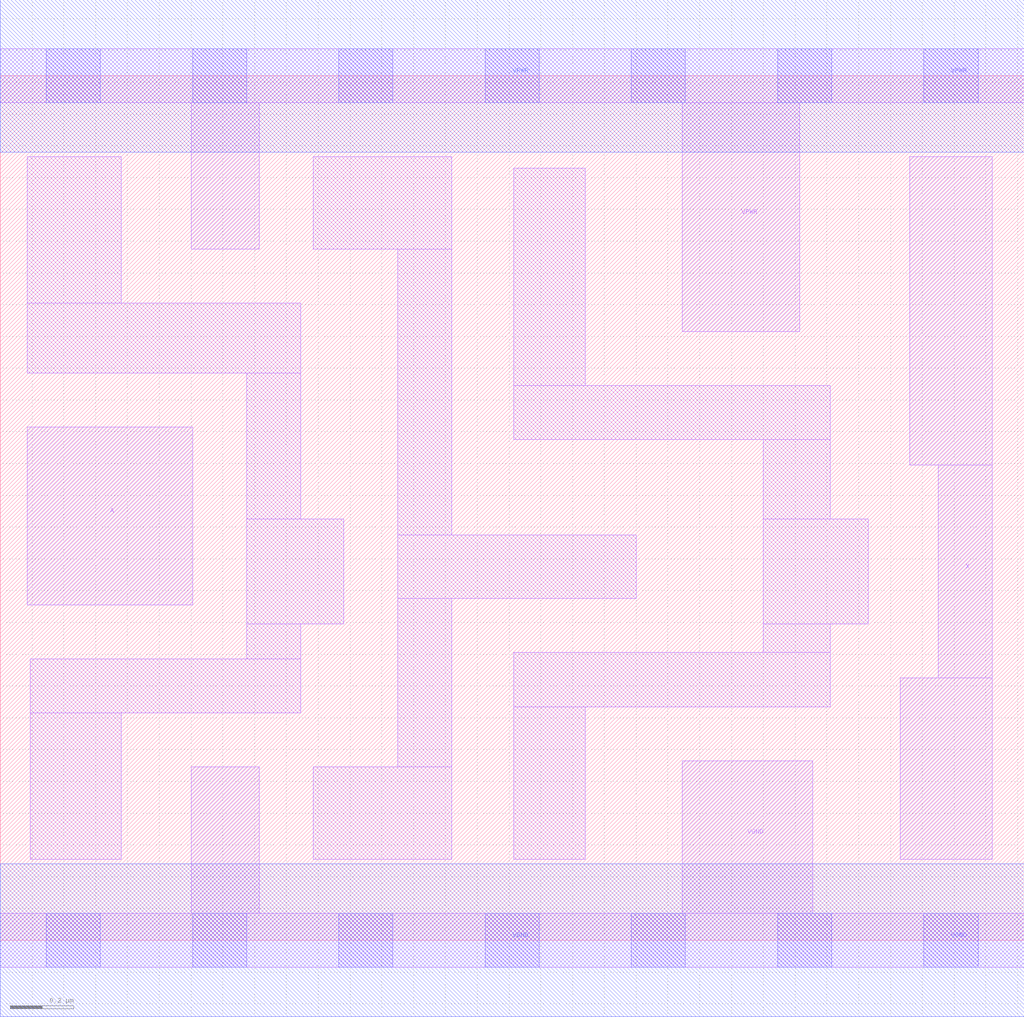
<source format=lef>
# Copyright 2020 The SkyWater PDK Authors
#
# Licensed under the Apache License, Version 2.0 (the "License");
# you may not use this file except in compliance with the License.
# You may obtain a copy of the License at
#
#     https://www.apache.org/licenses/LICENSE-2.0
#
# Unless required by applicable law or agreed to in writing, software
# distributed under the License is distributed on an "AS IS" BASIS,
# WITHOUT WARRANTIES OR CONDITIONS OF ANY KIND, either express or implied.
# See the License for the specific language governing permissions and
# limitations under the License.
#
# SPDX-License-Identifier: Apache-2.0

VERSION 5.7 ;
  NAMESCASESENSITIVE ON ;
  NOWIREEXTENSIONATPIN ON ;
  DIVIDERCHAR "/" ;
  BUSBITCHARS "[]" ;
UNITS
  DATABASE MICRONS 200 ;
END UNITS
PROPERTYDEFINITIONS
  MACRO maskLayoutSubType STRING ;
  MACRO prCellType STRING ;
  MACRO originalViewName STRING ;
END PROPERTYDEFINITIONS
MACRO sky130_fd_sc_hdll__dlygate4sd1_1
  CLASS CORE ;
  FOREIGN sky130_fd_sc_hdll__dlygate4sd1_1 ;
  ORIGIN  0.000000  0.000000 ;
  SIZE  3.220000 BY  2.720000 ;
  SYMMETRY X Y R90 ;
  SITE unithd ;
  PIN A
    ANTENNAGATEAREA  0.138600 ;
    DIRECTION INPUT ;
    USE SIGNAL ;
    PORT
      LAYER li1 ;
        RECT 0.085000 1.055000 0.605000 1.615000 ;
    END
  END A
  PIN VGND
    ANTENNADIFFAREA  0.503900 ;
    DIRECTION INOUT ;
    USE SIGNAL ;
    PORT
      LAYER li1 ;
        RECT 0.000000 -0.085000 3.220000 0.085000 ;
        RECT 0.600000  0.085000 0.815000 0.545000 ;
        RECT 2.145000  0.085000 2.555000 0.565000 ;
      LAYER mcon ;
        RECT 0.145000 -0.085000 0.315000 0.085000 ;
        RECT 0.605000 -0.085000 0.775000 0.085000 ;
        RECT 1.065000 -0.085000 1.235000 0.085000 ;
        RECT 1.525000 -0.085000 1.695000 0.085000 ;
        RECT 1.985000 -0.085000 2.155000 0.085000 ;
        RECT 2.445000 -0.085000 2.615000 0.085000 ;
        RECT 2.905000 -0.085000 3.075000 0.085000 ;
      LAYER met1 ;
        RECT 0.000000 -0.240000 3.220000 0.240000 ;
    END
  END VGND
  PIN VPWR
    ANTENNADIFFAREA  0.623300 ;
    DIRECTION INOUT ;
    USE SIGNAL ;
    PORT
      LAYER li1 ;
        RECT 0.000000 2.635000 3.220000 2.805000 ;
        RECT 0.600000 2.175000 0.815000 2.635000 ;
        RECT 2.145000 1.915000 2.515000 2.635000 ;
      LAYER mcon ;
        RECT 0.145000 2.635000 0.315000 2.805000 ;
        RECT 0.605000 2.635000 0.775000 2.805000 ;
        RECT 1.065000 2.635000 1.235000 2.805000 ;
        RECT 1.525000 2.635000 1.695000 2.805000 ;
        RECT 1.985000 2.635000 2.155000 2.805000 ;
        RECT 2.445000 2.635000 2.615000 2.805000 ;
        RECT 2.905000 2.635000 3.075000 2.805000 ;
      LAYER met1 ;
        RECT 0.000000 2.480000 3.220000 2.960000 ;
    END
  END VPWR
  PIN X
    ANTENNADIFFAREA  0.449000 ;
    DIRECTION OUTPUT ;
    USE SIGNAL ;
    PORT
      LAYER li1 ;
        RECT 2.830000 0.255000 3.120000 0.825000 ;
        RECT 2.860000 1.495000 3.120000 2.465000 ;
        RECT 2.950000 0.825000 3.120000 1.495000 ;
    END
  END X
  OBS
    LAYER li1 ;
      RECT 0.085000 1.785000 0.945000 2.005000 ;
      RECT 0.085000 2.005000 0.380000 2.465000 ;
      RECT 0.095000 0.255000 0.380000 0.715000 ;
      RECT 0.095000 0.715000 0.945000 0.885000 ;
      RECT 0.775000 0.885000 0.945000 0.995000 ;
      RECT 0.775000 0.995000 1.080000 1.325000 ;
      RECT 0.775000 1.325000 0.945000 1.785000 ;
      RECT 0.985000 0.255000 1.420000 0.545000 ;
      RECT 0.985000 2.175000 1.420000 2.465000 ;
      RECT 1.250000 0.545000 1.420000 1.075000 ;
      RECT 1.250000 1.075000 2.000000 1.275000 ;
      RECT 1.250000 1.275000 1.420000 2.175000 ;
      RECT 1.615000 0.255000 1.840000 0.735000 ;
      RECT 1.615000 0.735000 2.610000 0.905000 ;
      RECT 1.615000 1.575000 2.610000 1.745000 ;
      RECT 1.615000 1.745000 1.840000 2.430000 ;
      RECT 2.400000 0.905000 2.610000 0.995000 ;
      RECT 2.400000 0.995000 2.730000 1.325000 ;
      RECT 2.400000 1.325000 2.610000 1.575000 ;
  END
  PROPERTY maskLayoutSubType "abstract" ;
  PROPERTY prCellType "standard" ;
  PROPERTY originalViewName "layout" ;
END sky130_fd_sc_hdll__dlygate4sd1_1

</source>
